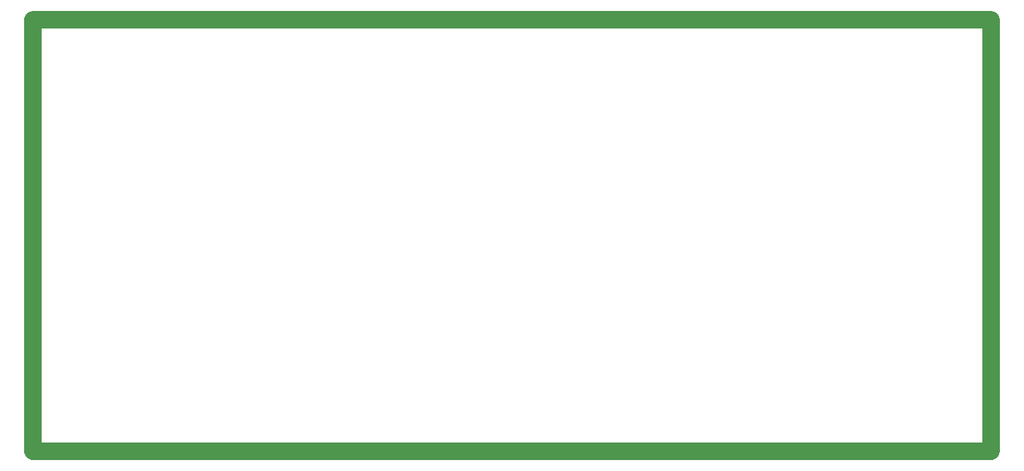
<source format=gko>
G04*
G04 #@! TF.GenerationSoftware,Altium Limited,Altium Designer,21.9.2 (33)*
G04*
G04 Layer_Color=16711935*
%FSTAX24Y24*%
%MOIN*%
G70*
G04*
G04 #@! TF.SameCoordinates,A68203B9-CA12-4FF3-9F36-A0A22A6ADD5B*
G04*
G04*
G04 #@! TF.FilePolarity,Positive*
G04*
G01*
G75*
%ADD49C,0.0787*%
D49*
X02025Y029939D02*
X063951D01*
X02025D02*
X02025Y010254D01*
X063951D02*
Y029939D01*
X02025Y010254D02*
X063951D01*
M02*

</source>
